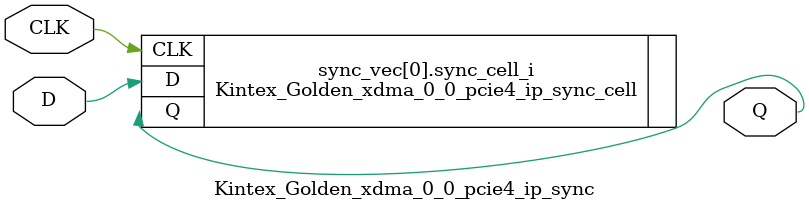
<source format=v>

`timescale 1ps / 1ps

(* DowngradeIPIdentifiedWarnings = "yes" *)
module Kintex_Golden_xdma_0_0_pcie4_ip_sync #
(
    parameter integer WIDTH = 1, 
    parameter integer STAGE = 3
)
(
    //-------------------------------------------------------------------------- 
    //  Input Ports
    //-------------------------------------------------------------------------- 
    input                               CLK,
    input       [WIDTH-1:0]             D,
    
    //-------------------------------------------------------------------------- 
    //  Output Ports
    //-------------------------------------------------------------------------- 
    output      [WIDTH-1:0]             Q
);                                                        



//--------------------------------------------------------------------------------------------------
//  Generate Synchronizer - Begin
//--------------------------------------------------------------------------------------------------
genvar i;

generate for (i=0; i<WIDTH; i=i+1) 

    begin : sync_vec

    //----------------------------------------------------------------------
    //  Synchronizer
    //----------------------------------------------------------------------
    Kintex_Golden_xdma_0_0_pcie4_ip_sync_cell #
    (
        .STAGE                          (STAGE)
    )    
    sync_cell_i
    (
        //------------------------------------------------------------------
        //  Input Ports
        //------------------------------------------------------------------
        .CLK                            (CLK),
        .D                              (D[i]),

        //------------------------------------------------------------------
        //  Output Ports
        //------------------------------------------------------------------
        .Q                              (Q[i])
    );
 
    end   
      
endgenerate 
//--------------------------------------------------------------------------------------------------
//  Generate - End
//--------------------------------------------------------------------------------------------------



endmodule

</source>
